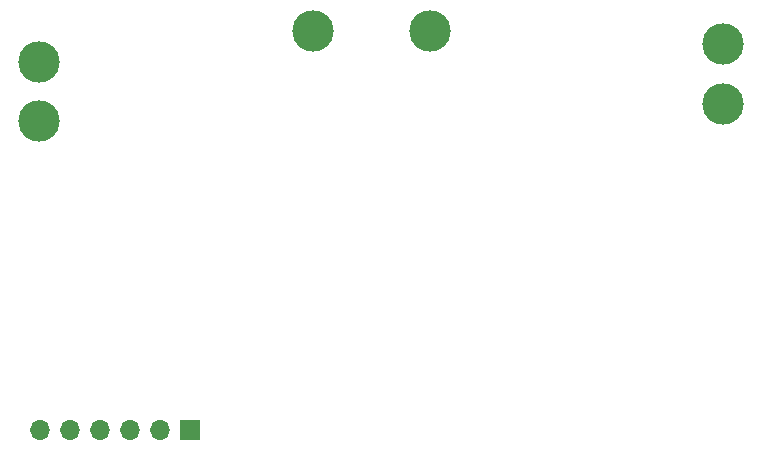
<source format=gbr>
%TF.GenerationSoftware,KiCad,Pcbnew,8.0.5*%
%TF.CreationDate,2024-09-22T08:03:17-05:00*%
%TF.ProjectId,rc,72632e6b-6963-4616-945f-706362585858,rev?*%
%TF.SameCoordinates,Original*%
%TF.FileFunction,Soldermask,Bot*%
%TF.FilePolarity,Negative*%
%FSLAX46Y46*%
G04 Gerber Fmt 4.6, Leading zero omitted, Abs format (unit mm)*
G04 Created by KiCad (PCBNEW 8.0.5) date 2024-09-22 08:03:17*
%MOMM*%
%LPD*%
G01*
G04 APERTURE LIST*
%ADD10C,3.500000*%
%ADD11C,2.600000*%
%ADD12R,1.700000X1.700000*%
%ADD13O,1.700000X1.700000*%
G04 APERTURE END LIST*
D10*
%TO.C,TP8*%
X180086000Y-58898000D03*
D11*
X180086000Y-58898000D03*
%TD*%
D10*
%TO.C,TP7*%
X180086000Y-53848000D03*
D11*
X180086000Y-53848000D03*
%TD*%
%TO.C,TP4*%
X122189769Y-55323426D03*
D10*
X122189769Y-55323426D03*
%TD*%
D11*
%TO.C,TP1*%
X145430769Y-52753426D03*
D10*
X145430769Y-52753426D03*
%TD*%
D12*
%TO.C,J2*%
X135016769Y-86535426D03*
D13*
X132476769Y-86535426D03*
X129936769Y-86535426D03*
X127396769Y-86535426D03*
X124856769Y-86535426D03*
X122316769Y-86535426D03*
%TD*%
D11*
%TO.C,TP3*%
X122189769Y-60373426D03*
D10*
X122189769Y-60373426D03*
%TD*%
D11*
%TO.C,TP2*%
X155336769Y-52753426D03*
D10*
X155336769Y-52753426D03*
%TD*%
M02*

</source>
